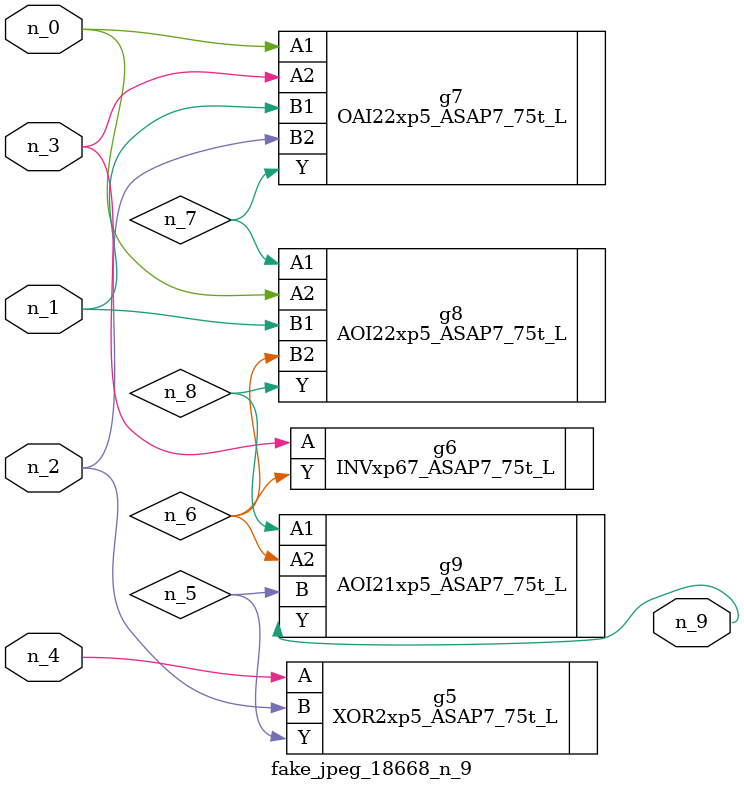
<source format=v>
module fake_jpeg_18668_n_9 (n_3, n_2, n_1, n_0, n_4, n_9);

input n_3;
input n_2;
input n_1;
input n_0;
input n_4;

output n_9;

wire n_8;
wire n_6;
wire n_5;
wire n_7;

XOR2xp5_ASAP7_75t_L g5 ( 
.A(n_4),
.B(n_2),
.Y(n_5)
);

INVxp67_ASAP7_75t_L g6 ( 
.A(n_3),
.Y(n_6)
);

OAI22xp5_ASAP7_75t_L g7 ( 
.A1(n_0),
.A2(n_3),
.B1(n_1),
.B2(n_2),
.Y(n_7)
);

AOI22xp5_ASAP7_75t_L g8 ( 
.A1(n_7),
.A2(n_0),
.B1(n_1),
.B2(n_6),
.Y(n_8)
);

AOI21xp5_ASAP7_75t_L g9 ( 
.A1(n_8),
.A2(n_6),
.B(n_5),
.Y(n_9)
);


endmodule
</source>
